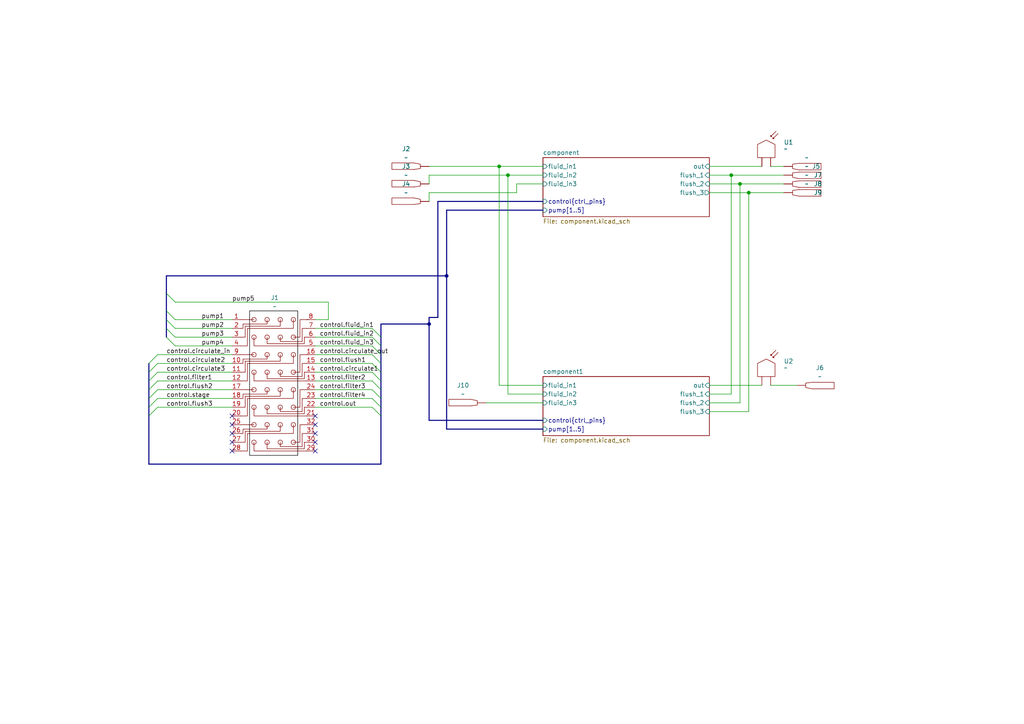
<source format=kicad_sch>
(kicad_sch (version 20231120) (generator "eeschema") (generator_version "8.0")
  (paper "A4")
  (lib_symbols
    (symbol "mfda:flushing_interface_04x08"
      (property "Reference" "J" (at 13.716 26.416 0))
      (symbol "flushing_interface_04x08_1_1"
        (rectangle (start -5.08 26.67) (end 8.89 -15.24) (stroke (width 0) (color 0 0 0 0.34)))
        (circle (center -3.81 -11.43) (radius 0.635))
        (circle (center -3.81 -6.35) (radius 0.635))
        (circle (center -3.81 -1.27) (radius 0.635))
        (circle (center -3.81 3.81) (radius 0.635))
        (circle (center -3.81 8.89) (radius 0.635))
        (circle (center -3.81 13.97) (radius 0.635))
        (circle (center -3.81 19.05) (radius 0.635))
        (circle (center -3.81 24.13) (radius 0.635))
        (circle (center 0 -11.43) (radius 0.635))
        (circle (center 0 -6.35) (radius 0.635))
        (circle (center 0 -1.27) (radius 0.635))
        (polyline (pts (xy -7.62 -6.35) (xy -3.81 -6.35)))
        (polyline (pts (xy -7.62 3.81) (xy -3.81 3.81)))
        (polyline (pts (xy -7.62 13.97) (xy -3.81 13.97)))
        (polyline (pts (xy -7.62 24.13) (xy -3.81 24.13)))
        (polyline (pts (xy -3.81 -11.43) (xy -3.81 -13.97) (xy 9.525 -13.97) (xy 11.43 -13.97)))
        (polyline (pts (xy -3.81 -1.27) (xy -3.81 -3.81) (xy 9.525 -3.81) (xy 11.43 -3.81)))
        (polyline (pts (xy -3.81 8.89) (xy -3.81 6.35) (xy 9.525 6.35) (xy 11.43 6.35)))
        (polyline (pts (xy -3.81 19.05) (xy -3.81 16.51) (xy 9.525 16.51) (xy 11.43 16.51)))
        (polyline (pts (xy -7.62 -11.43) (xy -6.35 -11.43) (xy -6.35 -8.255) (xy 3.81 -8.255) (xy 3.81 -6.35)))
        (polyline (pts (xy -7.62 -8.89) (xy -6.985 -8.89) (xy -6.985 -7.62) (xy 0 -7.62) (xy 0 -6.35)))
        (polyline (pts (xy -7.62 -1.27) (xy -6.35 -1.27) (xy -6.35 1.905) (xy 3.81 1.905) (xy 3.81 3.81)))
        (polyline (pts (xy -7.62 1.27) (xy -6.985 1.27) (xy -6.985 2.54) (xy 0 2.54) (xy 0 3.81)))
        (polyline (pts (xy -7.62 8.89) (xy -6.35 8.89) (xy -6.35 12.065) (xy 3.81 12.065) (xy 3.81 13.97)))
        (polyline (pts (xy -7.62 11.43) (xy -6.985 11.43) (xy -6.985 12.7) (xy 0 12.7) (xy 0 13.97)))
        (polyline (pts (xy -7.62 19.05) (xy -6.35 19.05) (xy -6.35 22.225) (xy 3.81 22.225) (xy 3.81 24.13)))
        (polyline (pts (xy -7.62 21.59) (xy -6.985 21.59) (xy -6.985 22.86) (xy 0 22.86) (xy 0 24.13)))
        (polyline (pts (xy 7.62 -6.35) (xy 7.62 -8.89) (xy -5.715 -8.89) (xy -5.715 -13.97) (xy -7.62 -13.97)))
        (polyline (pts (xy 7.62 3.81) (xy 7.62 1.27) (xy -5.715 1.27) (xy -5.715 -3.81) (xy -7.62 -3.81)))
        (polyline (pts (xy 7.62 13.97) (xy 7.62 11.43) (xy -5.715 11.43) (xy -5.715 6.35) (xy -7.62 6.35)))
        (polyline (pts (xy 7.62 24.13) (xy 7.62 21.59) (xy -5.715 21.59) (xy -5.715 16.51) (xy -7.62 16.51)))
        (polyline (pts (xy 11.43 -11.43) (xy 10.795 -11.43) (xy 10.795 -13.335) (xy 0 -13.335) (xy 0 -11.43)))
        (polyline (pts (xy 11.43 -8.89) (xy 10.16 -8.89) (xy 10.16 -12.7) (xy 3.81 -12.7) (xy 3.81 -11.43)))
        (polyline (pts (xy 11.43 -1.27) (xy 10.795 -1.27) (xy 10.795 -3.175) (xy 0 -3.175) (xy 0 -1.27)))
        (polyline (pts (xy 11.43 1.27) (xy 10.16 1.27) (xy 10.16 -2.54) (xy 3.81 -2.54) (xy 3.81 -1.27)))
        (polyline (pts (xy 11.43 8.89) (xy 10.795 8.89) (xy 10.795 6.985) (xy 0 6.985) (xy 0 8.89)))
        (polyline (pts (xy 11.43 11.43) (xy 10.16 11.43) (xy 10.16 7.62) (xy 3.81 7.62) (xy 3.81 8.89)))
        (polyline (pts (xy 11.43 19.05) (xy 10.795 19.05) (xy 10.795 17.145) (xy 0 17.145) (xy 0 19.05)))
        (polyline (pts (xy 11.43 21.59) (xy 10.16 21.59) (xy 10.16 17.78) (xy 3.81 17.78) (xy 3.81 19.05)))
        (polyline (pts (xy 12.065 -6.35) (xy 9.525 -6.35) (xy 9.525 -11.43) (xy 7.62 -11.43) (xy 8.255 -11.43)))
        (polyline (pts (xy 12.065 3.81) (xy 9.525 3.81) (xy 9.525 -1.27) (xy 7.62 -1.27) (xy 8.255 -1.27)))
        (polyline (pts (xy 12.065 13.97) (xy 9.525 13.97) (xy 9.525 8.89) (xy 7.62 8.89) (xy 8.255 8.89)))
        (polyline (pts (xy 12.065 24.13) (xy 9.525 24.13) (xy 9.525 19.05) (xy 7.62 19.05) (xy 8.255 19.05)))
        (circle (center 0 3.81) (radius 0.635))
        (circle (center 0 8.89) (radius 0.635))
        (circle (center 0 13.97) (radius 0.635))
        (circle (center 0 19.05) (radius 0.635))
        (circle (center 0 24.13) (radius 0.635))
        (circle (center 3.81 -11.43) (radius 0.635))
        (circle (center 3.81 -6.35) (radius 0.635))
        (circle (center 3.81 -1.27) (radius 0.635))
        (circle (center 3.81 3.81) (radius 0.635))
        (circle (center 3.81 8.89) (radius 0.635))
        (circle (center 3.81 13.97) (radius 0.635))
        (circle (center 3.81 19.05) (radius 0.635))
        (circle (center 3.81 24.13) (radius 0.635))
        (circle (center 7.62 -11.43) (radius 0.635))
        (circle (center 7.62 -6.35) (radius 0.635))
        (circle (center 7.62 -1.27) (radius 0.635))
        (circle (center 7.62 3.81) (radius 0.635))
        (circle (center 7.62 8.89) (radius 0.635))
        (circle (center 7.62 13.97) (radius 0.635))
        (circle (center 7.62 19.05) (radius 0.635))
        (circle (center 7.62 24.13) (radius 0.635))
        (pin passive line (at -10.16 24.13 0) (length 2.54) (name "") (number "1"))
        (pin passive line (at -10.16 11.43 0) (length 2.54) (name "") (number "10"))
        (pin passive line (at -10.16 8.89 0) (length 2.54) (name "") (number "11"))
        (pin passive line (at -10.16 6.35 0) (length 2.54) (name "") (number "12"))
        (pin passive line (at 13.97 6.35 180) (length 2.54) (name "") (number "13"))
        (pin passive line (at 13.97 8.89 180) (length 2.54) (name "") (number "14"))
        (pin passive line (at 13.97 11.43 180) (length 2.54) (name "") (number "15"))
        (pin passive line (at 13.97 13.97 180) (length 2.54) (name "") (number "16"))
        (pin passive line (at -10.16 3.81 0) (length 2.54) (name "") (number "17"))
        (pin passive line (at -10.16 1.27 0) (length 2.54) (name "") (number "18"))
        (pin passive line (at -10.16 -1.27 0) (length 2.54) (name "") (number "19"))
        (pin passive line (at -10.16 21.59 0) (length 2.54) (name "") (number "2"))
        (pin passive line (at -10.16 -3.81 0) (length 2.54) (name "") (number "20"))
        (pin passive line (at 13.97 -3.81 180) (length 2.54) (name "") (number "21"))
        (pin passive line (at 13.97 -1.27 180) (length 2.54) (name "") (number "22"))
        (pin passive line (at 13.97 1.27 180) (length 2.54) (name "") (number "23"))
        (pin passive line (at 13.97 3.81 180) (length 2.54) (name "") (number "24"))
        (pin passive line (at -10.16 -6.35 0) (length 2.54) (name "") (number "25"))
        (pin passive line (at -10.16 -8.89 0) (length 2.54) (name "") (number "26"))
        (pin passive line (at -10.16 -11.43 0) (length 2.54) (name "") (number "27"))
        (pin passive line (at -10.16 -13.97 0) (length 2.54) (name "") (number "28"))
        (pin passive line (at 13.97 -13.97 180) (length 2.54) (name "") (number "29"))
        (pin passive line (at -10.16 19.05 0) (length 2.54) (name "") (number "3"))
        (pin passive line (at 13.97 -11.43 180) (length 2.54) (name "") (number "30"))
        (pin passive line (at 13.97 -8.89 180) (length 2.54) (name "") (number "31"))
        (pin passive line (at 13.97 -6.35 180) (length 2.54) (name "") (number "32"))
        (pin passive line (at -10.16 16.51 0) (length 2.54) (name "") (number "4"))
        (pin passive line (at 13.97 16.51 180) (length 2.54) (name "") (number "5"))
        (pin passive line (at 13.97 19.05 180) (length 2.54) (name "") (number "6"))
        (pin passive line (at 13.97 21.59 180) (length 2.54) (name "") (number "7"))
        (pin passive line (at 13.97 24.13 180) (length 2.54) (name "") (number "8"))
        (pin passive line (at -10.16 13.97 0) (length 2.54) (name "") (number "9"))
      )
    )
    (symbol "mfda:sensor_radiation" (pin_numbers hide) (pin_names hide)
      (property "Reference" "U" (at -1.27 3.81 0))
      (symbol "sensor_radiation_0_1"
        (polyline (pts (xy 2.54 2.54) (xy -1.27 2.54) (xy -2.54 0) (xy -1.27 -2.54) (xy 2.54 -2.54) (xy 2.54 2.54)))
      )
      (symbol "sensor_radiation_1_1"
        (polyline (pts (xy -5.08 2.794) (xy -3.556 1.27) (xy -3.556 1.651) (xy -3.937 1.27) (xy -3.556 1.27)))
        (polyline (pts (xy -4.445 3.429) (xy -2.921 1.905) (xy -2.921 2.286) (xy -3.302 1.905) (xy -2.921 1.905)))
        (pin input line (at 5.08 1.27 180) (length 2.54) (name "in") (number "1"))
        (pin output line (at 5.08 -1.27 180) (length 2.54) (name "out") (number "2"))
      )
    )
    (symbol "mfda:tube_connector" (pin_numbers hide) (pin_names hide)
      (property "Reference" "J" (at -7.366 0 0))
      (symbol "tube_connector_0_1"
        (polyline (pts (xy -1.905 1.016) (xy -8.255 1.016) (xy -8.255 -0.889) (xy -1.905 -0.889)))
        (polyline (pts (xy -1.905 1.016) (xy 0 0.635) (xy 0 -0.635) (xy -1.905 -0.889)))
      )
      (symbol "tube_connector_1_1"
        (pin passive line (at 2.54 0 180) (length 2.54) (name "connect") (number "1"))
      )
    )
  )
  (junction (at 212.09 50.8))
  (junction (at 147.32 50.8))
  (junction (at 129.54 80.01))
  (junction (at 217.17 55.88))
  (junction (at 214.63 53.34))
  (junction (at 144.78 48.26))
  (junction (at 124.46 93.98))
  (no_connect (at 67.31 125.73))
  (no_connect (at 67.31 120.65))
  (no_connect (at 91.44 120.65))
  (no_connect (at 67.31 128.27))
  (no_connect (at 91.44 125.73))
  (no_connect (at 67.31 130.81))
  (no_connect (at 91.44 128.27))
  (no_connect (at 91.44 123.19))
  (no_connect (at 91.44 130.81))
  (no_connect (at 67.31 123.19))
  (bus_entry (at 110.49 120.65) (size -2.54 -2.54))
  (bus_entry (at 43.18 120.65) (size 2.54 -2.54))
  (bus_entry (at 43.18 115.57) (size 2.54 -2.54))
  (bus_entry (at 43.18 110.49) (size 2.54 -2.54))
  (bus_entry (at 48.26 92.71) (size 2.54 2.54))
  (bus_entry (at 48.26 95.25) (size 2.54 2.54))
  (bus_entry (at 43.18 107.95) (size 2.54 -2.54))
  (bus_entry (at 43.18 118.11) (size 2.54 -2.54))
  (bus_entry (at 48.26 90.17) (size 2.54 2.54))
  (bus_entry (at 110.49 118.11) (size -2.54 -2.54))
  (bus_entry (at 110.49 113.03) (size -2.54 -2.54))
  (bus_entry (at 110.49 97.79) (size -2.54 -2.54))
  (bus_entry (at 43.18 113.03) (size 2.54 -2.54))
  (bus_entry (at 48.26 97.79) (size 2.54 2.54))
  (bus_entry (at 110.49 100.33) (size -2.54 -2.54))
  (bus_entry (at 110.49 102.87) (size -2.54 -2.54))
  (bus_entry (at 43.18 105.41) (size 2.54 -2.54))
  (bus_entry (at 110.49 107.95) (size -2.54 -2.54))
  (bus_entry (at 48.26 85.09) (size 2.54 2.54))
  (bus_entry (at 110.49 110.49) (size -2.54 -2.54))
  (bus_entry (at 110.49 115.57) (size -2.54 -2.54))
  (bus_entry (at 107.95 102.87) (size 2.54 2.54))
  (bus (pts (xy 127 92.075) (xy 124.46 92.075)))
  (wire (pts (xy 149.86 53.34) (xy 157.48 53.34)))
  (bus (pts (xy 110.49 97.79) (xy 110.49 100.33)))
  (bus (pts (xy 110.49 102.87) (xy 110.49 105.41)))
  (wire (pts (xy 45.72 115.57) (xy 67.31 115.57)))
  (wire (pts (xy 124.46 55.88) (xy 124.46 58.42)))
  (wire (pts (xy 91.44 118.11) (xy 107.95 118.11)))
  (bus (pts (xy 129.54 124.46) (xy 157.48 124.46)))
  (bus (pts (xy 157.48 58.42) (xy 127 58.42)))
  (bus (pts (xy 48.26 90.17) (xy 48.26 92.71)))
  (bus (pts (xy 48.26 80.01) (xy 48.26 85.09)))
  (bus (pts (xy 43.18 110.49) (xy 43.18 113.03)))
  (wire (pts (xy 217.17 55.88) (xy 217.17 119.38)))
  (bus (pts (xy 43.18 113.03) (xy 43.18 115.57)))
  (bus (pts (xy 110.49 105.41) (xy 110.49 107.95)))
  (wire (pts (xy 205.74 111.76) (xy 220.98 111.76)))
  (bus (pts (xy 43.18 120.65) (xy 43.18 134.62)))
  (wire (pts (xy 223.52 48.26) (xy 227.33 48.26)))
  (wire (pts (xy 91.44 115.57) (xy 107.95 115.57)))
  (bus (pts (xy 43.18 134.62) (xy 110.49 134.62)))
  (bus (pts (xy 110.49 120.65) (xy 110.49 134.62)))
  (wire (pts (xy 50.8 100.33) (xy 67.31 100.33)))
  (wire (pts (xy 205.74 48.26) (xy 220.98 48.26)))
  (bus (pts (xy 110.49 93.98) (xy 124.46 93.98)))
  (wire (pts (xy 144.78 48.26) (xy 144.78 111.76)))
  (wire (pts (xy 45.72 110.49) (xy 67.31 110.49)))
  (wire (pts (xy 157.48 116.84) (xy 140.97 116.84)))
  (wire (pts (xy 157.48 111.76) (xy 144.78 111.76)))
  (bus (pts (xy 129.54 60.96) (xy 129.54 80.01)))
  (wire (pts (xy 124.46 50.8) (xy 147.32 50.8)))
  (bus (pts (xy 110.49 100.33) (xy 110.49 102.87)))
  (bus (pts (xy 127 58.42) (xy 127 92.075)))
  (bus (pts (xy 48.26 95.25) (xy 48.26 97.79)))
  (wire (pts (xy 212.09 114.3) (xy 212.09 50.8)))
  (wire (pts (xy 50.8 87.63) (xy 95.25 87.63)))
  (bus (pts (xy 110.49 113.03) (xy 110.49 115.57)))
  (wire (pts (xy 45.72 113.03) (xy 67.31 113.03)))
  (bus (pts (xy 124.46 121.92) (xy 157.48 121.92)))
  (wire (pts (xy 147.32 114.3) (xy 157.48 114.3)))
  (wire (pts (xy 91.44 107.95) (xy 107.95 107.95)))
  (bus (pts (xy 43.18 105.41) (xy 43.18 107.95)))
  (wire (pts (xy 91.44 113.03) (xy 107.95 113.03)))
  (bus (pts (xy 110.49 118.11) (xy 110.49 120.65)))
  (wire (pts (xy 205.74 53.34) (xy 214.63 53.34)))
  (bus (pts (xy 124.46 92.075) (xy 124.46 93.98)))
  (wire (pts (xy 212.09 50.8) (xy 205.74 50.8)))
  (bus (pts (xy 43.18 107.95) (xy 43.18 110.49)))
  (wire (pts (xy 95.25 87.63) (xy 95.25 92.71)))
  (wire (pts (xy 45.72 102.87) (xy 67.31 102.87)))
  (wire (pts (xy 45.72 105.41) (xy 67.31 105.41)))
  (bus (pts (xy 110.49 110.49) (xy 110.49 113.03)))
  (wire (pts (xy 95.25 92.71) (xy 91.44 92.71)))
  (wire (pts (xy 147.32 50.8) (xy 147.32 114.3)))
  (wire (pts (xy 214.63 53.34) (xy 227.33 53.34)))
  (wire (pts (xy 91.44 102.87) (xy 107.95 102.87)))
  (wire (pts (xy 45.72 107.95) (xy 67.31 107.95)))
  (wire (pts (xy 91.44 95.25) (xy 107.95 95.25)))
  (wire (pts (xy 45.72 118.11) (xy 67.31 118.11)))
  (bus (pts (xy 48.26 85.09) (xy 48.26 90.17)))
  (wire (pts (xy 124.46 48.26) (xy 144.78 48.26)))
  (bus (pts (xy 129.54 80.01) (xy 129.54 124.46)))
  (wire (pts (xy 91.44 105.41) (xy 107.95 105.41)))
  (wire (pts (xy 214.63 53.34) (xy 214.63 116.84)))
  (wire (pts (xy 91.44 110.49) (xy 107.95 110.49)))
  (wire (pts (xy 91.44 97.79) (xy 107.95 97.79)))
  (wire (pts (xy 50.8 97.79) (xy 67.31 97.79)))
  (bus (pts (xy 48.26 80.01) (xy 129.54 80.01)))
  (wire (pts (xy 205.74 116.84) (xy 214.63 116.84)))
  (wire (pts (xy 149.86 55.88) (xy 149.86 53.34)))
  (bus (pts (xy 129.54 60.96) (xy 157.48 60.96)))
  (bus (pts (xy 110.49 107.95) (xy 110.49 110.49)))
  (bus (pts (xy 48.26 92.71) (xy 48.26 95.25)))
  (wire (pts (xy 212.09 50.8) (xy 227.33 50.8)))
  (wire (pts (xy 144.78 48.26) (xy 157.48 48.26)))
  (wire (pts (xy 205.74 55.88) (xy 217.17 55.88)))
  (wire (pts (xy 124.46 50.8) (xy 124.46 53.34)))
  (bus (pts (xy 110.49 93.98) (xy 110.49 97.79)))
  (wire (pts (xy 124.46 55.88) (xy 149.86 55.88)))
  (wire (pts (xy 50.8 92.71) (xy 67.31 92.71)))
  (bus (pts (xy 110.49 115.57) (xy 110.49 118.11)))
  (wire (pts (xy 205.74 119.38) (xy 217.17 119.38)))
  (wire (pts (xy 91.44 100.33) (xy 107.95 100.33)))
  (bus (pts (xy 124.46 93.98) (xy 124.46 121.92)))
  (wire (pts (xy 217.17 55.88) (xy 227.33 55.88)))
  (bus (pts (xy 43.18 118.11) (xy 43.18 120.65)))
  (wire (pts (xy 157.48 50.8) (xy 147.32 50.8)))
  (wire (pts (xy 50.8 95.25) (xy 67.31 95.25)))
  (bus (pts (xy 43.18 115.57) (xy 43.18 118.11)))
  (wire (pts (xy 223.52 111.76) (xy 231.14 111.76)))
  (wire (pts (xy 205.74 114.3) (xy 212.09 114.3)))
  (label "control.circulate2" (at 48.26 105.41 0))
  (label "control.filter2" (at 92.71 110.49 0))
  (label "control.fluid_in1" (at 92.71 95.25 0))
  (label "control.circulate_out" (at 92.71 102.87 0))
  (label "pump3" (at 58.42 97.79 0))
  (label "control.circulate_in" (at 48.26 102.87 0))
  (label "pump1" (at 58.42 92.71 0))
  (label "control.filter1" (at 48.26 110.49 0))
  (label "control.fluid_in3" (at 92.71 100.33 0))
  (label "control.out" (at 92.71 118.11 0))
  (label "control.circulate1" (at 92.71 107.95 0))
  (label "control.flush2" (at 48.26 113.03 0))
  (label "control.filter4" (at 92.71 115.57 0))
  (label "control.fluid_in2" (at 92.71 97.79 0))
  (label "control.circulate3" (at 48.26 107.95 0))
  (label "control.flush3" (at 48.26 118.11 0))
  (label "control.stage" (at 48.26 115.57 0))
  (label "pump4" (at 58.42 100.33 0))
  (label "pump5" (at 67.31 87.63 0))
  (label "control.flush1" (at 92.71 105.41 0))
  (label "control.filter3" (at 92.71 113.03 0))
  (label "pump2" (at 58.42 95.25 0))
  (symbol (lib_id "mfda:tube_connector") (at 121.92 53.34 0) (unit 1)
    (property "Reference" "J3" (at 117.7925 48.26 0))
    (property "Value" "~" (at 117.7925 50.8 0))
  )
  (symbol (lib_id "mfda:tube_connector") (at 233.68 111.76 180) (unit 1)
    (property "Reference" "J6" (at 237.8075 106.68 0))
    (property "Value" "~" (at 237.8075 109.22 0))
  )
  (symbol (lib_id "mfda:tube_connector") (at 229.87 48.26 180) (unit 1)
    (property "Reference" "J5" (at 236.728 48.26 0))
    (property "Value" "~" (at 233.9975 45.72 0))
  )
  (symbol (lib_id "mfda:tube_connector") (at 121.92 58.42 0) (unit 1)
    (property "Reference" "J4" (at 117.7925 53.34 0))
    (property "Value" "~" (at 117.7925 55.88 0))
  )
  (symbol (lib_id "mfda:sensor_radiation") (at 222.25 106.68 270) (unit 1)
    (property "Reference" "U2" (at 227.33 104.7749 90) (effects (justify left)))
    (property "Value" "~" (at 227.33 106.68 90) (effects (justify left)))
  )
  (symbol (lib_id "mfda:tube_connector") (at 121.92 48.26 0) (unit 1)
    (property "Reference" "J2" (at 117.7925 43.18 0))
    (property "Value" "~" (at 117.7925 45.72 0))
  )
  (symbol (lib_id "mfda:tube_connector") (at 229.87 53.34 180) (unit 1)
    (property "Reference" "J8" (at 237.236 53.34 0))
    (property "Value" "~" (at 233.9975 50.8 0))
  )
  (symbol (lib_id "mfda:tube_connector") (at 138.43 116.84 0) (unit 1)
    (property "Reference" "J10" (at 134.3025 111.76 0))
    (property "Value" "~" (at 134.3025 114.3 0))
  )
  (symbol (lib_id "mfda:tube_connector") (at 229.87 55.88 180) (unit 1)
    (property "Reference" "J9" (at 237.236 55.88 0))
    (property "Value" "~" (at 233.9975 53.34 0))
  )
  (symbol (lib_id "mfda:tube_connector") (at 229.87 50.8 180) (unit 1)
    (property "Reference" "J7" (at 237.236 50.8 0))
    (property "Value" "~" (at 233.9975 48.26 0))
  )
  (symbol (lib_id "mfda:flushing_interface_04x08") (at 77.47 116.84 0) (unit 1)
    (property "Reference" "J1" (at 79.6925 86.36 0))
    (property "Value" "~" (at 79.6925 88.9 0))
  )
  (symbol (lib_id "mfda:sensor_radiation") (at 222.25 43.18 270) (unit 1)
    (property "Reference" "U1" (at 227.33 41.2749 90) (effects (justify left)))
    (property "Value" "~" (at 227.33 43.18 90) (effects (justify left)))
  )
  (sheet (at 157.48 109.22) (size 48.26 17.145) (stroke (width 0.1524))
    (property "Sheetname" "component1" (at 157.48 108.5084 0) (effects (justify left bottom)))
    (property "Sheetfile" "component.kicad_sch" (at 157.48 126.9496 0) (effects (justify left top)))
    (pin "fluid_in3" input (at 157.48 116.84 180))
    (pin "fluid_in1" input (at 157.48 111.76 180))
    (pin "fluid_in2" input (at 157.48 114.3 180))
    (pin "flush_3" input (at 205.74 119.38 0))
    (pin "out" input (at 205.74 111.76 0))
    (pin "flush_2" input (at 205.74 116.84 0))
    (pin "flush_1" input (at 205.74 114.3 0))
    (pin "control{ctrl_pins}" input (at 157.48 121.92 180))
    (pin "pump[1..5]" input (at 157.48 124.46 180))
  )
  (sheet (at 157.48 45.72) (size 48.26 17.145) (stroke (width 0.1524))
    (property "Sheetname" "component" (at 157.48 45.0084 0) (effects (justify left bottom)))
    (property "Sheetfile" "component.kicad_sch" (at 157.48 63.4496 0) (effects (justify left top)))
    (pin "fluid_in3" input (at 157.48 53.34 180))
    (pin "fluid_in1" input (at 157.48 48.26 180))
    (pin "fluid_in2" input (at 157.48 50.8 180))
    (pin "out" input (at 205.74 48.26 0))
    (pin "flush_2" input (at 205.74 53.34 0))
    (pin "flush_1" input (at 205.74 50.8 0))
    (pin "flush_3" output (at 205.74 55.88 0))
    (pin "control{ctrl_pins}" input (at 157.48 58.42 180))
    (pin "pump[1..5]" input (at 157.48 60.96 180))
  )
)
</source>
